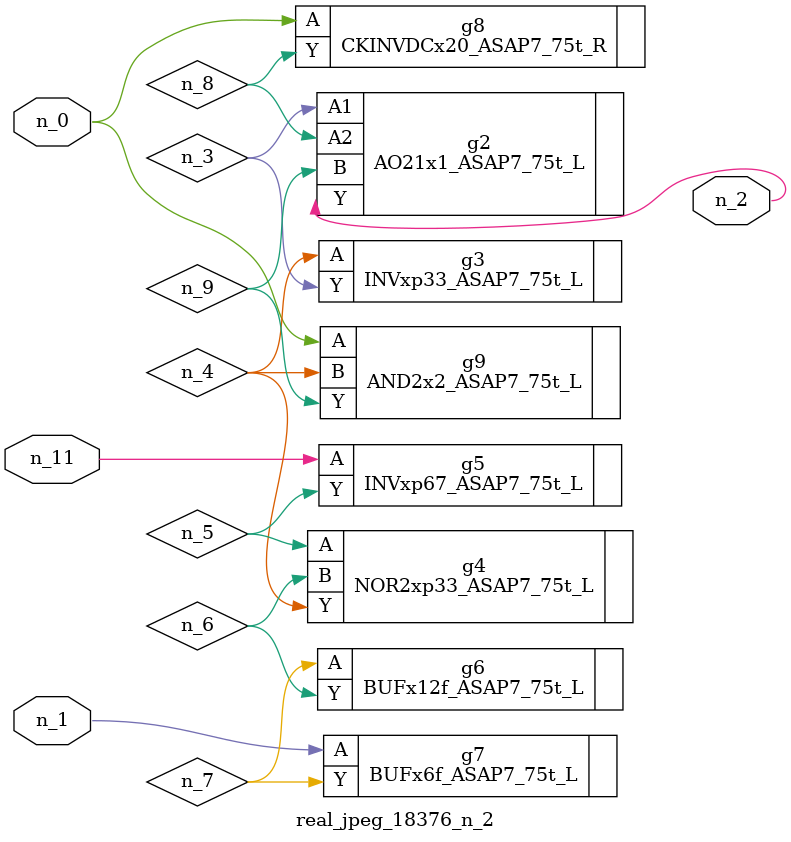
<source format=v>
module real_jpeg_18376_n_2 (n_1, n_11, n_0, n_2);

input n_1;
input n_11;
input n_0;

output n_2;

wire n_5;
wire n_8;
wire n_4;
wire n_6;
wire n_7;
wire n_3;
wire n_9;

CKINVDCx20_ASAP7_75t_R g8 ( 
.A(n_0),
.Y(n_8)
);

AND2x2_ASAP7_75t_L g9 ( 
.A(n_0),
.B(n_4),
.Y(n_9)
);

BUFx6f_ASAP7_75t_L g7 ( 
.A(n_1),
.Y(n_7)
);

AO21x1_ASAP7_75t_L g2 ( 
.A1(n_3),
.A2(n_8),
.B(n_9),
.Y(n_2)
);

INVxp33_ASAP7_75t_L g3 ( 
.A(n_4),
.Y(n_3)
);

NOR2xp33_ASAP7_75t_L g4 ( 
.A(n_5),
.B(n_6),
.Y(n_4)
);

BUFx12f_ASAP7_75t_L g6 ( 
.A(n_7),
.Y(n_6)
);

INVxp67_ASAP7_75t_L g5 ( 
.A(n_11),
.Y(n_5)
);


endmodule
</source>
